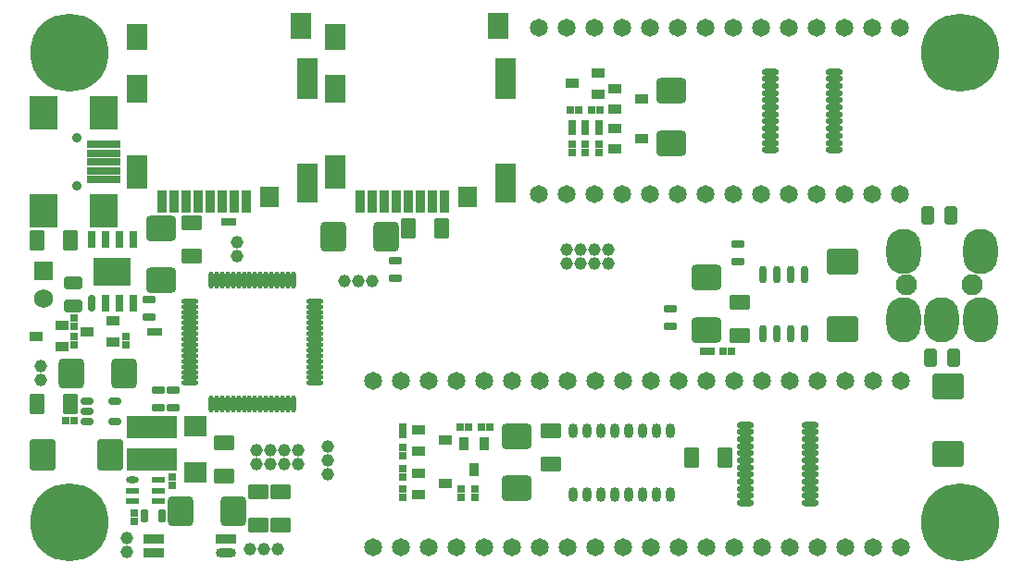
<source format=gts>
G04 Layer_Color=8388736*
%FSLAX44Y44*%
%MOMM*%
G71*
G01*
G75*
%ADD63C,0.9000*%
%ADD79O,1.5500X0.6500*%
%ADD80R,0.7500X0.6500*%
%ADD81O,0.8500X1.3500*%
%ADD82R,4.6500X2.1500*%
%ADD83O,0.7500X1.6000*%
G04:AMPARAMS|DCode=84|XSize=1.35mm|YSize=1.85mm|CornerRadius=0.195mm|HoleSize=0mm|Usage=FLASHONLY|Rotation=90.000|XOffset=0mm|YOffset=0mm|HoleType=Round|Shape=RoundedRectangle|*
%AMROUNDEDRECTD84*
21,1,1.3500,1.4600,0,0,90.0*
21,1,0.9600,1.8500,0,0,90.0*
1,1,0.3900,0.7300,0.4800*
1,1,0.3900,0.7300,-0.4800*
1,1,0.3900,-0.7300,-0.4800*
1,1,0.3900,-0.7300,0.4800*
%
%ADD84ROUNDEDRECTD84*%
%ADD85R,0.8500X1.1500*%
%ADD86R,0.6500X0.7500*%
G04:AMPARAMS|DCode=87|XSize=2.35mm|YSize=2.75mm|CornerRadius=0.405mm|HoleSize=0mm|Usage=FLASHONLY|Rotation=90.000|XOffset=0mm|YOffset=0mm|HoleType=Round|Shape=RoundedRectangle|*
%AMROUNDEDRECTD87*
21,1,2.3500,1.9400,0,0,90.0*
21,1,1.5400,2.7500,0,0,90.0*
1,1,0.8100,0.9700,0.7700*
1,1,0.8100,0.9700,-0.7700*
1,1,0.8100,-0.9700,-0.7700*
1,1,0.8100,-0.9700,0.7700*
%
%ADD87ROUNDEDRECTD87*%
%ADD88R,1.1500X0.8500*%
%ADD89O,0.4500X1.5500*%
%ADD90O,1.5500X0.4500*%
G04:AMPARAMS|DCode=91|XSize=0.75mm|YSize=1.15mm|CornerRadius=0.18mm|HoleSize=0mm|Usage=FLASHONLY|Rotation=0.000|XOffset=0mm|YOffset=0mm|HoleType=Round|Shape=RoundedRectangle|*
%AMROUNDEDRECTD91*
21,1,0.7500,0.7900,0,0,0.0*
21,1,0.3900,1.1500,0,0,0.0*
1,1,0.3600,0.1950,-0.3950*
1,1,0.3600,-0.1950,-0.3950*
1,1,0.3600,-0.1950,0.3950*
1,1,0.3600,0.1950,0.3950*
%
%ADD91ROUNDEDRECTD91*%
G04:AMPARAMS|DCode=92|XSize=2.35mm|YSize=2.75mm|CornerRadius=0.405mm|HoleSize=0mm|Usage=FLASHONLY|Rotation=0.000|XOffset=0mm|YOffset=0mm|HoleType=Round|Shape=RoundedRectangle|*
%AMROUNDEDRECTD92*
21,1,2.3500,1.9400,0,0,0.0*
21,1,1.5400,2.7500,0,0,0.0*
1,1,0.8100,0.7700,-0.9700*
1,1,0.8100,-0.7700,-0.9700*
1,1,0.8100,-0.7700,0.9700*
1,1,0.8100,0.7700,0.9700*
%
%ADD92ROUNDEDRECTD92*%
G04:AMPARAMS|DCode=93|XSize=0.75mm|YSize=1.15mm|CornerRadius=0.18mm|HoleSize=0mm|Usage=FLASHONLY|Rotation=90.000|XOffset=0mm|YOffset=0mm|HoleType=Round|Shape=RoundedRectangle|*
%AMROUNDEDRECTD93*
21,1,0.7500,0.7900,0,0,90.0*
21,1,0.3900,1.1500,0,0,90.0*
1,1,0.3600,0.3950,0.1950*
1,1,0.3600,0.3950,-0.1950*
1,1,0.3600,-0.3950,-0.1950*
1,1,0.3600,-0.3950,0.1950*
%
%ADD93ROUNDEDRECTD93*%
G04:AMPARAMS|DCode=94|XSize=1.35mm|YSize=1.85mm|CornerRadius=0.195mm|HoleSize=0mm|Usage=FLASHONLY|Rotation=180.000|XOffset=0mm|YOffset=0mm|HoleType=Round|Shape=RoundedRectangle|*
%AMROUNDEDRECTD94*
21,1,1.3500,1.4600,0,0,180.0*
21,1,0.9600,1.8500,0,0,180.0*
1,1,0.3900,-0.4800,0.7300*
1,1,0.3900,0.4800,0.7300*
1,1,0.3900,0.4800,-0.7300*
1,1,0.3900,-0.4800,-0.7300*
%
%ADD94ROUNDEDRECTD94*%
%ADD95R,2.6500X3.1500*%
%ADD96R,3.1500X0.6500*%
%ADD97O,1.1500X0.6000*%
%ADD98R,1.1500X0.6000*%
G04:AMPARAMS|DCode=99|XSize=2.45mm|YSize=2.95mm|CornerRadius=0.42mm|HoleSize=0mm|Usage=FLASHONLY|Rotation=180.000|XOffset=0mm|YOffset=0mm|HoleType=Round|Shape=RoundedRectangle|*
%AMROUNDEDRECTD99*
21,1,2.4500,2.1100,0,0,180.0*
21,1,1.6100,2.9500,0,0,180.0*
1,1,0.8400,-0.8050,1.0550*
1,1,0.8400,0.8050,1.0550*
1,1,0.8400,0.8050,-1.0550*
1,1,0.8400,-0.8050,-1.0550*
%
%ADD99ROUNDEDRECTD99*%
%ADD100R,2.1500X1.9500*%
G04:AMPARAMS|DCode=101|XSize=1.15mm|YSize=1.65mm|CornerRadius=0.2mm|HoleSize=0mm|Usage=FLASHONLY|Rotation=270.000|XOffset=0mm|YOffset=0mm|HoleType=Round|Shape=RoundedRectangle|*
%AMROUNDEDRECTD101*
21,1,1.1500,1.2500,0,0,270.0*
21,1,0.7500,1.6500,0,0,270.0*
1,1,0.4000,-0.6250,-0.3750*
1,1,0.4000,-0.6250,0.3750*
1,1,0.4000,0.6250,0.3750*
1,1,0.4000,0.6250,-0.3750*
%
%ADD101ROUNDEDRECTD101*%
%ADD102R,3.4500X2.5600*%
%ADD103O,0.7500X1.5500*%
%ADD104R,0.7500X1.5500*%
%ADD105O,1.2500X0.7500*%
%ADD106R,0.9500X2.1500*%
%ADD107R,1.7500X1.9500*%
%ADD108R,1.8500X3.5500*%
%ADD109R,1.8500X3.1500*%
%ADD110R,1.8500X2.6500*%
%ADD111R,1.8500X3.7500*%
%ADD112R,1.8500X2.3500*%
%ADD113O,1.8500X0.8500*%
%ADD114R,1.8500X0.8500*%
G04:AMPARAMS|DCode=115|XSize=1.15mm|YSize=1.65mm|CornerRadius=0.2mm|HoleSize=0mm|Usage=FLASHONLY|Rotation=0.000|XOffset=0mm|YOffset=0mm|HoleType=Round|Shape=RoundedRectangle|*
%AMROUNDEDRECTD115*
21,1,1.1500,1.2500,0,0,0.0*
21,1,0.7500,1.6500,0,0,0.0*
1,1,0.4000,0.3750,-0.6250*
1,1,0.4000,-0.3750,-0.6250*
1,1,0.4000,-0.3750,0.6250*
1,1,0.4000,0.3750,0.6250*
%
%ADD115ROUNDEDRECTD115*%
G04:AMPARAMS|DCode=116|XSize=2.45mm|YSize=2.95mm|CornerRadius=0.42mm|HoleSize=0mm|Usage=FLASHONLY|Rotation=90.000|XOffset=0mm|YOffset=0mm|HoleType=Round|Shape=RoundedRectangle|*
%AMROUNDEDRECTD116*
21,1,2.4500,2.1100,0,0,90.0*
21,1,1.6100,2.9500,0,0,90.0*
1,1,0.8400,1.0550,0.8050*
1,1,0.8400,1.0550,-0.8050*
1,1,0.8400,-1.0550,-0.8050*
1,1,0.8400,-1.0550,0.8050*
%
%ADD116ROUNDEDRECTD116*%
%ADD117C,7.1500*%
%ADD118C,1.9500*%
%ADD119O,3.1500X4.1500*%
%ADD120C,1.1500*%
%ADD121R,1.7500X1.7500*%
%ADD122C,1.7500*%
%ADD123C,1.6500*%
D63*
X47000Y348000D02*
D03*
Y392000D02*
D03*
D79*
X658750Y129250D02*
D03*
Y122750D02*
D03*
Y116250D02*
D03*
Y109750D02*
D03*
Y103250D02*
D03*
Y96750D02*
D03*
Y90250D02*
D03*
Y83750D02*
D03*
Y77250D02*
D03*
Y70750D02*
D03*
Y64250D02*
D03*
Y57750D02*
D03*
X717750Y129250D02*
D03*
Y122750D02*
D03*
Y116250D02*
D03*
Y109750D02*
D03*
Y103250D02*
D03*
Y96750D02*
D03*
Y90250D02*
D03*
Y83750D02*
D03*
Y77250D02*
D03*
Y70750D02*
D03*
Y64250D02*
D03*
Y57750D02*
D03*
X681000Y452500D02*
D03*
Y446000D02*
D03*
Y439500D02*
D03*
Y433000D02*
D03*
Y426500D02*
D03*
Y420000D02*
D03*
Y413500D02*
D03*
Y407000D02*
D03*
Y400500D02*
D03*
Y394000D02*
D03*
Y387500D02*
D03*
Y381000D02*
D03*
X740000Y452500D02*
D03*
Y446000D02*
D03*
Y439500D02*
D03*
Y433000D02*
D03*
Y426500D02*
D03*
Y420000D02*
D03*
Y413500D02*
D03*
Y407000D02*
D03*
Y400500D02*
D03*
Y394000D02*
D03*
Y387500D02*
D03*
Y381000D02*
D03*
D80*
X99250Y48000D02*
D03*
Y40500D02*
D03*
X92000Y209750D02*
D03*
Y202250D02*
D03*
X411000Y70250D02*
D03*
Y62750D02*
D03*
X398500Y70250D02*
D03*
Y62750D02*
D03*
X512250Y386250D02*
D03*
Y378750D02*
D03*
Y397750D02*
D03*
Y405250D02*
D03*
X499750Y397750D02*
D03*
Y405250D02*
D03*
X345500Y100750D02*
D03*
Y108250D02*
D03*
X134250Y73750D02*
D03*
Y81250D02*
D03*
X499750Y386250D02*
D03*
Y378750D02*
D03*
X345500Y120000D02*
D03*
Y127500D02*
D03*
X524750Y397750D02*
D03*
Y405250D02*
D03*
X345500Y81750D02*
D03*
Y89250D02*
D03*
X524750Y378750D02*
D03*
Y386250D02*
D03*
X345500Y62750D02*
D03*
Y70250D02*
D03*
X45000Y209750D02*
D03*
Y202250D02*
D03*
Y227250D02*
D03*
Y219750D02*
D03*
D81*
X590200Y124000D02*
D03*
X577500D02*
D03*
X564800D02*
D03*
X552100D02*
D03*
X539400D02*
D03*
X526700D02*
D03*
X514000D02*
D03*
X501300D02*
D03*
X590200Y65750D02*
D03*
X577500D02*
D03*
X564800D02*
D03*
X552100D02*
D03*
X539400D02*
D03*
X526700D02*
D03*
X514000D02*
D03*
X501300D02*
D03*
D82*
X115500Y97500D02*
D03*
Y127500D02*
D03*
D83*
X712300Y267000D02*
D03*
X699600D02*
D03*
X686900D02*
D03*
X674200D02*
D03*
X712300Y212500D02*
D03*
X699600D02*
D03*
X686900D02*
D03*
X674200D02*
D03*
D84*
X480500Y93500D02*
D03*
Y124000D02*
D03*
X181750Y112750D02*
D03*
Y82250D02*
D03*
X233750Y68000D02*
D03*
Y37500D02*
D03*
X213250Y68000D02*
D03*
Y37500D02*
D03*
X152250Y284000D02*
D03*
Y314500D02*
D03*
X653500Y211250D02*
D03*
Y241750D02*
D03*
D85*
X410500Y88250D02*
D03*
X401000Y112250D02*
D03*
X420000D02*
D03*
D86*
X398000Y127000D02*
D03*
X405500D02*
D03*
X424500D02*
D03*
X417000D02*
D03*
X506250Y417250D02*
D03*
X498750D02*
D03*
X114500Y214000D02*
D03*
X122000D02*
D03*
X517750Y417250D02*
D03*
X525250D02*
D03*
X37000Y133000D02*
D03*
X44500D02*
D03*
X182250Y315500D02*
D03*
X189750D02*
D03*
X620000Y196250D02*
D03*
X627500D02*
D03*
X638250D02*
D03*
X645750D02*
D03*
D87*
X449500Y119000D02*
D03*
Y71000D02*
D03*
X590750Y387250D02*
D03*
Y435250D02*
D03*
X124000Y309500D02*
D03*
Y261500D02*
D03*
X623000Y216250D02*
D03*
Y264250D02*
D03*
D88*
X499750Y441750D02*
D03*
X523750Y451250D02*
D03*
Y432250D02*
D03*
X539250Y437250D02*
D03*
Y418250D02*
D03*
X563250Y427750D02*
D03*
X360000Y124500D02*
D03*
Y105500D02*
D03*
X384000Y115000D02*
D03*
X539250Y400750D02*
D03*
Y381750D02*
D03*
X563250Y391250D02*
D03*
X360000Y84750D02*
D03*
Y65750D02*
D03*
X384000Y75250D02*
D03*
X80500Y205250D02*
D03*
Y224250D02*
D03*
X56500Y214750D02*
D03*
X33500Y201000D02*
D03*
Y220000D02*
D03*
X9500Y210500D02*
D03*
D89*
X170000Y262000D02*
D03*
X175000D02*
D03*
X180000D02*
D03*
X185000D02*
D03*
X190000D02*
D03*
X195000D02*
D03*
X200000D02*
D03*
X205000D02*
D03*
X210000D02*
D03*
X215000D02*
D03*
X220000D02*
D03*
X225000D02*
D03*
X230000D02*
D03*
X235000D02*
D03*
X240000D02*
D03*
X245000D02*
D03*
Y148000D02*
D03*
X240000D02*
D03*
X235000D02*
D03*
X230000D02*
D03*
X225000D02*
D03*
X220000D02*
D03*
X215000D02*
D03*
X210000D02*
D03*
X205000D02*
D03*
X200000D02*
D03*
X195000D02*
D03*
X190000D02*
D03*
X185000D02*
D03*
X180000D02*
D03*
X175000D02*
D03*
X170000D02*
D03*
D90*
X264500Y242500D02*
D03*
Y237500D02*
D03*
Y232500D02*
D03*
Y227500D02*
D03*
Y222500D02*
D03*
Y217500D02*
D03*
Y212500D02*
D03*
Y207500D02*
D03*
Y202500D02*
D03*
Y197500D02*
D03*
Y192500D02*
D03*
Y187500D02*
D03*
Y182500D02*
D03*
Y177500D02*
D03*
Y172500D02*
D03*
Y167500D02*
D03*
X150500D02*
D03*
Y172500D02*
D03*
Y177500D02*
D03*
Y182500D02*
D03*
Y187500D02*
D03*
Y192500D02*
D03*
Y197500D02*
D03*
Y202500D02*
D03*
Y207500D02*
D03*
Y212500D02*
D03*
Y217500D02*
D03*
Y222500D02*
D03*
Y227500D02*
D03*
Y232500D02*
D03*
Y237500D02*
D03*
Y242500D02*
D03*
D91*
X108750Y45500D02*
D03*
X124750D02*
D03*
D92*
X142250Y50250D02*
D03*
X190250D02*
D03*
X282000Y301750D02*
D03*
X330000D02*
D03*
X90000Y176000D02*
D03*
X42000D02*
D03*
D93*
X135000Y145000D02*
D03*
Y161000D02*
D03*
X121500Y145000D02*
D03*
Y161000D02*
D03*
X338000Y279250D02*
D03*
Y263250D02*
D03*
X113000Y244000D02*
D03*
Y228000D02*
D03*
X651750Y278750D02*
D03*
Y294750D02*
D03*
X589750Y219750D02*
D03*
Y235750D02*
D03*
D94*
X350500Y309250D02*
D03*
X381000D02*
D03*
X41000Y148000D02*
D03*
X10500D02*
D03*
X640000Y99250D02*
D03*
X609500D02*
D03*
X41000Y298000D02*
D03*
X10500D02*
D03*
D95*
X72000Y325000D02*
D03*
X17000D02*
D03*
Y415000D02*
D03*
X72000D02*
D03*
D96*
Y354000D02*
D03*
Y362000D02*
D03*
Y370000D02*
D03*
Y378000D02*
D03*
Y386000D02*
D03*
D97*
X98000Y78500D02*
D03*
D98*
Y69000D02*
D03*
Y59500D02*
D03*
X122000D02*
D03*
Y69000D02*
D03*
Y78500D02*
D03*
D99*
X78000Y101500D02*
D03*
X16000D02*
D03*
D100*
X155500Y86000D02*
D03*
Y128000D02*
D03*
D101*
X43500Y259250D02*
D03*
Y238250D02*
D03*
D102*
X79500Y269750D02*
D03*
D103*
X60450Y240250D02*
D03*
D104*
X73150D02*
D03*
X85850D02*
D03*
X98550D02*
D03*
X98550Y299250D02*
D03*
X85850D02*
D03*
X73150D02*
D03*
X60450D02*
D03*
D105*
X82250Y132000D02*
D03*
Y151000D02*
D03*
X56250Y132000D02*
D03*
Y141500D02*
D03*
Y151000D02*
D03*
D106*
X125250Y334000D02*
D03*
X136250D02*
D03*
X147250D02*
D03*
X158250D02*
D03*
X169250D02*
D03*
X180250D02*
D03*
X191250D02*
D03*
X202250D02*
D03*
X306250D02*
D03*
X317250D02*
D03*
X328250D02*
D03*
X339250D02*
D03*
X350250D02*
D03*
X361250D02*
D03*
X372250D02*
D03*
X383250D02*
D03*
D107*
X223150Y338000D02*
D03*
X404150D02*
D03*
D108*
X258250Y351000D02*
D03*
X439250D02*
D03*
D109*
X102250Y361000D02*
D03*
X283250D02*
D03*
D110*
X102250Y437000D02*
D03*
X283250D02*
D03*
D111*
X258250Y446500D02*
D03*
X439250D02*
D03*
D112*
X102250Y484500D02*
D03*
X251750Y494500D02*
D03*
X283250Y484500D02*
D03*
X432750Y494500D02*
D03*
D113*
X183750Y11900D02*
D03*
D114*
Y24600D02*
D03*
X117750D02*
D03*
Y11900D02*
D03*
D115*
X825500Y321250D02*
D03*
X846500D02*
D03*
X848750Y191000D02*
D03*
X827750D02*
D03*
D116*
X747000Y216750D02*
D03*
Y278750D02*
D03*
X844250Y102500D02*
D03*
Y164500D02*
D03*
D117*
X40000Y40000D02*
D03*
Y470000D02*
D03*
X855250D02*
D03*
Y40000D02*
D03*
D118*
X806000Y257250D02*
D03*
X866000Y257500D02*
D03*
D119*
X873500Y225250D02*
D03*
X838250D02*
D03*
X803500D02*
D03*
Y287750D02*
D03*
X873500D02*
D03*
D120*
X291750Y261000D02*
D03*
X317150D02*
D03*
X304450D02*
D03*
X193750Y284200D02*
D03*
Y296900D02*
D03*
X14500Y169950D02*
D03*
Y182650D02*
D03*
X92750Y25550D02*
D03*
Y12850D02*
D03*
X532900Y289850D02*
D03*
Y277150D02*
D03*
X520200Y289850D02*
D03*
Y277150D02*
D03*
X507500Y289850D02*
D03*
Y277150D02*
D03*
X494800Y289850D02*
D03*
Y277150D02*
D03*
X249150Y105600D02*
D03*
Y92900D02*
D03*
X236450Y105600D02*
D03*
Y92900D02*
D03*
X223750Y105600D02*
D03*
Y92900D02*
D03*
X211050Y105600D02*
D03*
Y92900D02*
D03*
X276250Y109750D02*
D03*
Y84350D02*
D03*
Y97050D02*
D03*
X217950Y15750D02*
D03*
X230650D02*
D03*
X205250D02*
D03*
D121*
X17000Y270200D02*
D03*
D122*
Y244800D02*
D03*
D123*
X800800Y169300D02*
D03*
X775400D02*
D03*
X750000D02*
D03*
X724600D02*
D03*
X699200D02*
D03*
X673800D02*
D03*
X648400D02*
D03*
X623000D02*
D03*
X597600D02*
D03*
X572200D02*
D03*
X546800D02*
D03*
X521400D02*
D03*
X496000D02*
D03*
X470600D02*
D03*
X445200D02*
D03*
X419800D02*
D03*
X394400D02*
D03*
X369000D02*
D03*
X343600D02*
D03*
X318200D02*
D03*
Y16900D02*
D03*
X343600D02*
D03*
X369000D02*
D03*
X394400D02*
D03*
X419800D02*
D03*
X445200D02*
D03*
X470600D02*
D03*
X496000D02*
D03*
X521400D02*
D03*
X546800D02*
D03*
X572200D02*
D03*
X597600D02*
D03*
X623000D02*
D03*
X648400D02*
D03*
X673800D02*
D03*
X699200D02*
D03*
X724600D02*
D03*
X750000D02*
D03*
X775400D02*
D03*
X800800D02*
D03*
X799900Y492800D02*
D03*
X774500D02*
D03*
X749100D02*
D03*
X723700D02*
D03*
X698300D02*
D03*
X672900D02*
D03*
X647500D02*
D03*
X622100D02*
D03*
X596700D02*
D03*
X571300D02*
D03*
X545900D02*
D03*
X520500D02*
D03*
X495100D02*
D03*
X469700D02*
D03*
Y340400D02*
D03*
X495100D02*
D03*
X520500D02*
D03*
X545900D02*
D03*
X571300D02*
D03*
X596700D02*
D03*
X622100D02*
D03*
X647500D02*
D03*
X672900D02*
D03*
X698300D02*
D03*
X723700D02*
D03*
X749100D02*
D03*
X774500D02*
D03*
X799900D02*
D03*
M02*

</source>
